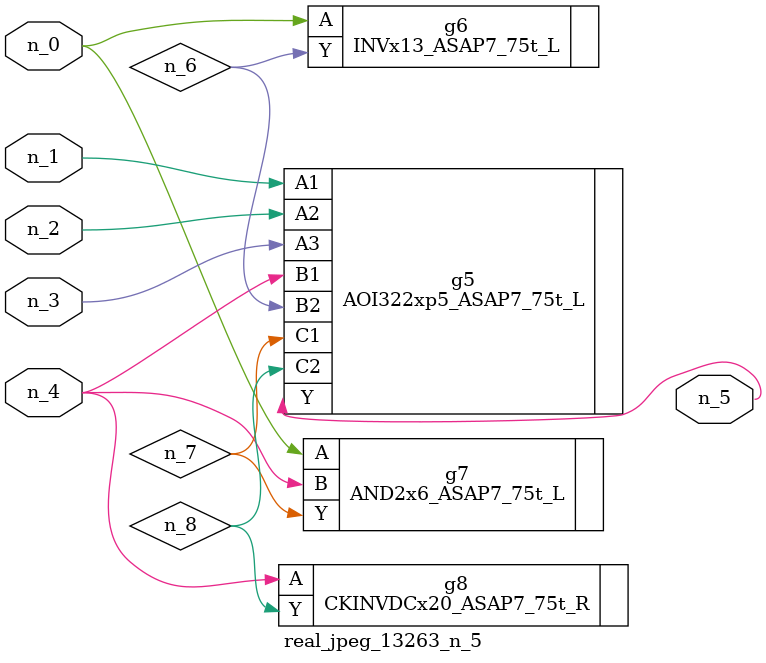
<source format=v>
module real_jpeg_13263_n_5 (n_4, n_0, n_1, n_2, n_3, n_5);

input n_4;
input n_0;
input n_1;
input n_2;
input n_3;

output n_5;

wire n_8;
wire n_6;
wire n_7;

INVx13_ASAP7_75t_L g6 ( 
.A(n_0),
.Y(n_6)
);

AND2x6_ASAP7_75t_L g7 ( 
.A(n_0),
.B(n_4),
.Y(n_7)
);

AOI322xp5_ASAP7_75t_L g5 ( 
.A1(n_1),
.A2(n_2),
.A3(n_3),
.B1(n_4),
.B2(n_6),
.C1(n_7),
.C2(n_8),
.Y(n_5)
);

CKINVDCx20_ASAP7_75t_R g8 ( 
.A(n_4),
.Y(n_8)
);


endmodule
</source>
